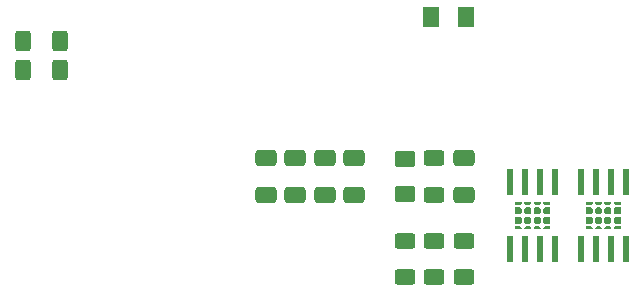
<source format=gtp>
G04 #@! TF.GenerationSoftware,KiCad,Pcbnew,8.0.3*
G04 #@! TF.CreationDate,2025-05-14T17:31:42-04:00*
G04 #@! TF.ProjectId,Sp-I,53702d49-2e6b-4696-9361-645f70636258,rev?*
G04 #@! TF.SameCoordinates,Original*
G04 #@! TF.FileFunction,Paste,Top*
G04 #@! TF.FilePolarity,Positive*
%FSLAX46Y46*%
G04 Gerber Fmt 4.6, Leading zero omitted, Abs format (unit mm)*
G04 Created by KiCad (PCBNEW 8.0.3) date 2025-05-14 17:31:42*
%MOMM*%
%LPD*%
G01*
G04 APERTURE LIST*
G04 Aperture macros list*
%AMRoundRect*
0 Rectangle with rounded corners*
0 $1 Rounding radius*
0 $2 $3 $4 $5 $6 $7 $8 $9 X,Y pos of 4 corners*
0 Add a 4 corners polygon primitive as box body*
4,1,4,$2,$3,$4,$5,$6,$7,$8,$9,$2,$3,0*
0 Add four circle primitives for the rounded corners*
1,1,$1+$1,$2,$3*
1,1,$1+$1,$4,$5*
1,1,$1+$1,$6,$7*
1,1,$1+$1,$8,$9*
0 Add four rect primitives between the rounded corners*
20,1,$1+$1,$2,$3,$4,$5,0*
20,1,$1+$1,$4,$5,$6,$7,0*
20,1,$1+$1,$6,$7,$8,$9,0*
20,1,$1+$1,$8,$9,$2,$3,0*%
G04 Aperture macros list end*
%ADD10C,0.000000*%
%ADD11R,0.508000X2.209800*%
%ADD12RoundRect,0.250000X0.625000X-0.400000X0.625000X0.400000X-0.625000X0.400000X-0.625000X-0.400000X0*%
%ADD13RoundRect,0.250000X-0.400000X-0.625000X0.400000X-0.625000X0.400000X0.625000X-0.400000X0.625000X0*%
%ADD14RoundRect,0.250001X-0.462499X-0.624999X0.462499X-0.624999X0.462499X0.624999X-0.462499X0.624999X0*%
%ADD15RoundRect,0.250001X0.624999X-0.462499X0.624999X0.462499X-0.624999X0.462499X-0.624999X-0.462499X0*%
%ADD16RoundRect,0.250000X-0.650000X0.412500X-0.650000X-0.412500X0.650000X-0.412500X0.650000X0.412500X0*%
G04 APERTURE END LIST*
D10*
G36*
X161942600Y-140093221D02*
G01*
X161942600Y-140183270D01*
X161355530Y-140183270D01*
X161355530Y-139951800D01*
X161801179Y-139951800D01*
X161942600Y-140093221D01*
G37*
G36*
X162730000Y-140093221D02*
G01*
X162730000Y-140183270D01*
X162142600Y-140183270D01*
X162142600Y-140093221D01*
X162284021Y-139951800D01*
X162588579Y-139951800D01*
X162730000Y-140093221D01*
G37*
G36*
X163517400Y-140093221D02*
G01*
X163517400Y-140183270D01*
X162930000Y-140183270D01*
X162930000Y-140093221D01*
X163071421Y-139951800D01*
X163375979Y-139951800D01*
X163517400Y-140093221D01*
G37*
G36*
X164304470Y-140183270D02*
G01*
X163717400Y-140183270D01*
X163717400Y-140093221D01*
X163858821Y-139951800D01*
X164304470Y-139951800D01*
X164304470Y-140183270D01*
G37*
G36*
X161942600Y-139305821D02*
G01*
X161942600Y-139610379D01*
X161801179Y-139751800D01*
X161355530Y-139751800D01*
X161355530Y-139164400D01*
X161801179Y-139164400D01*
X161942600Y-139305821D01*
G37*
G36*
X162730000Y-139305821D02*
G01*
X162730000Y-139610379D01*
X162588579Y-139751800D01*
X162284021Y-139751800D01*
X162142600Y-139610379D01*
X162142600Y-139305821D01*
X162284021Y-139164400D01*
X162588579Y-139164400D01*
X162730000Y-139305821D01*
G37*
G36*
X163517400Y-139305821D02*
G01*
X163517400Y-139610379D01*
X163375979Y-139751800D01*
X163071421Y-139751800D01*
X162930000Y-139610379D01*
X162930000Y-139305821D01*
X163071421Y-139164400D01*
X163375979Y-139164400D01*
X163517400Y-139305821D01*
G37*
G36*
X164304470Y-139751800D02*
G01*
X163858821Y-139751800D01*
X163717400Y-139610379D01*
X163717400Y-139305821D01*
X163858821Y-139164400D01*
X164304470Y-139164400D01*
X164304470Y-139751800D01*
G37*
G36*
X161942600Y-138518421D02*
G01*
X161942600Y-138822979D01*
X161801179Y-138964400D01*
X161355530Y-138964400D01*
X161355530Y-138377000D01*
X161801179Y-138377000D01*
X161942600Y-138518421D01*
G37*
G36*
X162730000Y-138518421D02*
G01*
X162730000Y-138822979D01*
X162588579Y-138964400D01*
X162284021Y-138964400D01*
X162142600Y-138822979D01*
X162142600Y-138518421D01*
X162284021Y-138377000D01*
X162588579Y-138377000D01*
X162730000Y-138518421D01*
G37*
G36*
X163517400Y-138518421D02*
G01*
X163517400Y-138822979D01*
X163375979Y-138964400D01*
X163071421Y-138964400D01*
X162930000Y-138822979D01*
X162930000Y-138518421D01*
X163071421Y-138377000D01*
X163375979Y-138377000D01*
X163517400Y-138518421D01*
G37*
G36*
X164304470Y-138964400D02*
G01*
X163858821Y-138964400D01*
X163717400Y-138822979D01*
X163717400Y-138518421D01*
X163858821Y-138377000D01*
X164304470Y-138377000D01*
X164304470Y-138964400D01*
G37*
G36*
X161942600Y-138035579D02*
G01*
X161801179Y-138177000D01*
X161355530Y-138177000D01*
X161355530Y-137945530D01*
X161942600Y-137945530D01*
X161942600Y-138035579D01*
G37*
G36*
X162730000Y-138035579D02*
G01*
X162588579Y-138177000D01*
X162284021Y-138177000D01*
X162142600Y-138035579D01*
X162142600Y-137945530D01*
X162730000Y-137945530D01*
X162730000Y-138035579D01*
G37*
G36*
X163517400Y-138035579D02*
G01*
X163375979Y-138177000D01*
X163071421Y-138177000D01*
X162930000Y-138035579D01*
X162930000Y-137945530D01*
X163517400Y-137945530D01*
X163517400Y-138035579D01*
G37*
G36*
X164304470Y-138177000D02*
G01*
X163858821Y-138177000D01*
X163717400Y-138035579D01*
X163717400Y-137945530D01*
X164304470Y-137945530D01*
X164304470Y-138177000D01*
G37*
G36*
X155942600Y-140093221D02*
G01*
X155942600Y-140183270D01*
X155355530Y-140183270D01*
X155355530Y-139951800D01*
X155801179Y-139951800D01*
X155942600Y-140093221D01*
G37*
G36*
X156730000Y-140093221D02*
G01*
X156730000Y-140183270D01*
X156142600Y-140183270D01*
X156142600Y-140093221D01*
X156284021Y-139951800D01*
X156588579Y-139951800D01*
X156730000Y-140093221D01*
G37*
G36*
X157517400Y-140093221D02*
G01*
X157517400Y-140183270D01*
X156930000Y-140183270D01*
X156930000Y-140093221D01*
X157071421Y-139951800D01*
X157375979Y-139951800D01*
X157517400Y-140093221D01*
G37*
G36*
X158304470Y-140183270D02*
G01*
X157717400Y-140183270D01*
X157717400Y-140093221D01*
X157858821Y-139951800D01*
X158304470Y-139951800D01*
X158304470Y-140183270D01*
G37*
G36*
X155942600Y-139305821D02*
G01*
X155942600Y-139610379D01*
X155801179Y-139751800D01*
X155355530Y-139751800D01*
X155355530Y-139164400D01*
X155801179Y-139164400D01*
X155942600Y-139305821D01*
G37*
G36*
X156730000Y-139305821D02*
G01*
X156730000Y-139610379D01*
X156588579Y-139751800D01*
X156284021Y-139751800D01*
X156142600Y-139610379D01*
X156142600Y-139305821D01*
X156284021Y-139164400D01*
X156588579Y-139164400D01*
X156730000Y-139305821D01*
G37*
G36*
X157517400Y-139305821D02*
G01*
X157517400Y-139610379D01*
X157375979Y-139751800D01*
X157071421Y-139751800D01*
X156930000Y-139610379D01*
X156930000Y-139305821D01*
X157071421Y-139164400D01*
X157375979Y-139164400D01*
X157517400Y-139305821D01*
G37*
G36*
X158304470Y-139751800D02*
G01*
X157858821Y-139751800D01*
X157717400Y-139610379D01*
X157717400Y-139305821D01*
X157858821Y-139164400D01*
X158304470Y-139164400D01*
X158304470Y-139751800D01*
G37*
G36*
X155942600Y-138518421D02*
G01*
X155942600Y-138822979D01*
X155801179Y-138964400D01*
X155355530Y-138964400D01*
X155355530Y-138377000D01*
X155801179Y-138377000D01*
X155942600Y-138518421D01*
G37*
G36*
X156730000Y-138518421D02*
G01*
X156730000Y-138822979D01*
X156588579Y-138964400D01*
X156284021Y-138964400D01*
X156142600Y-138822979D01*
X156142600Y-138518421D01*
X156284021Y-138377000D01*
X156588579Y-138377000D01*
X156730000Y-138518421D01*
G37*
G36*
X157517400Y-138518421D02*
G01*
X157517400Y-138822979D01*
X157375979Y-138964400D01*
X157071421Y-138964400D01*
X156930000Y-138822979D01*
X156930000Y-138518421D01*
X157071421Y-138377000D01*
X157375979Y-138377000D01*
X157517400Y-138518421D01*
G37*
G36*
X158304470Y-138964400D02*
G01*
X157858821Y-138964400D01*
X157717400Y-138822979D01*
X157717400Y-138518421D01*
X157858821Y-138377000D01*
X158304470Y-138377000D01*
X158304470Y-138964400D01*
G37*
G36*
X155942600Y-138035579D02*
G01*
X155801179Y-138177000D01*
X155355530Y-138177000D01*
X155355530Y-137945530D01*
X155942600Y-137945530D01*
X155942600Y-138035579D01*
G37*
G36*
X156730000Y-138035579D02*
G01*
X156588579Y-138177000D01*
X156284021Y-138177000D01*
X156142600Y-138035579D01*
X156142600Y-137945530D01*
X156730000Y-137945530D01*
X156730000Y-138035579D01*
G37*
G36*
X157517400Y-138035579D02*
G01*
X157375979Y-138177000D01*
X157071421Y-138177000D01*
X156930000Y-138035579D01*
X156930000Y-137945530D01*
X157517400Y-137945530D01*
X157517400Y-138035579D01*
G37*
G36*
X158304470Y-138177000D02*
G01*
X157858821Y-138177000D01*
X157717400Y-138035579D01*
X157717400Y-137945530D01*
X158304470Y-137945530D01*
X158304470Y-138177000D01*
G37*
D11*
X160925000Y-141939401D03*
X162195000Y-141939401D03*
X163465000Y-141939401D03*
X164735000Y-141939401D03*
X164735000Y-136189399D03*
X163465000Y-136189399D03*
X162195000Y-136189399D03*
X160925000Y-136189399D03*
D12*
X146000000Y-144300000D03*
X146000000Y-141200000D03*
X148500000Y-137300000D03*
X148500000Y-134200000D03*
X148500000Y-144300000D03*
X148500000Y-141200000D03*
X151000000Y-144300000D03*
X151000000Y-141200000D03*
D13*
X113700000Y-126750000D03*
X116800000Y-126750000D03*
X113700000Y-124250000D03*
X116800000Y-124250000D03*
D11*
X154925000Y-141939401D03*
X156195000Y-141939401D03*
X157465000Y-141939401D03*
X158735000Y-141939401D03*
X158735000Y-136189399D03*
X157465000Y-136189399D03*
X156195000Y-136189399D03*
X154925000Y-136189399D03*
D14*
X148262500Y-122250000D03*
X151237500Y-122250000D03*
D15*
X146000000Y-137237500D03*
X146000000Y-134262500D03*
D16*
X151000000Y-134187500D03*
X151000000Y-137312500D03*
X141750000Y-134187500D03*
X141750000Y-137312500D03*
X139250000Y-134187500D03*
X139250000Y-137312500D03*
X136750000Y-134187500D03*
X136750000Y-137312500D03*
X134250000Y-134187500D03*
X134250000Y-137312500D03*
M02*

</source>
